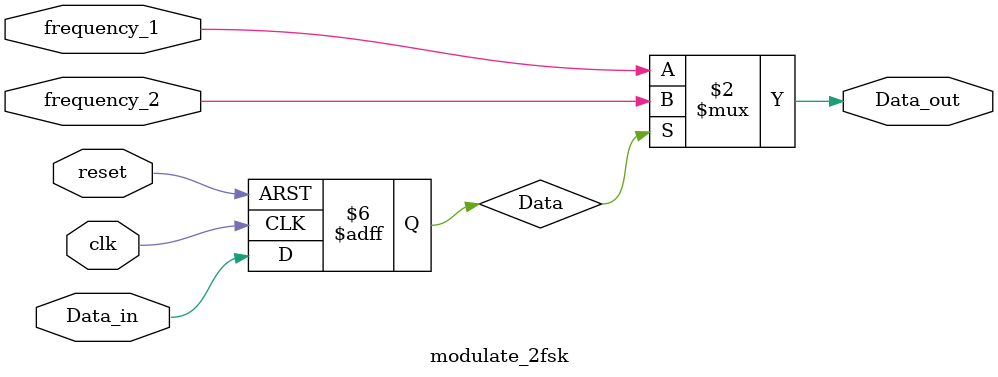
<source format=v>
module modulate_2fsk(reset,clk,Data_in,Data_out,frequency_1,frequency_2);
	input Data_in;
	input reset;
	input clk;
	output Data_out;
	input frequency_1, frequency_2;
	reg Data;
	assign Data_out = (Data == 0) ? frequency_1:frequency_2;
	initial
		begin
			Data <= 0;
		end
	
	always @(posedge clk or negedge reset) begin
	if(~reset) begin
		Data <= 0;
	end
	else begin
		Data <= Data_in;
	end
	end
endmodule

</source>
